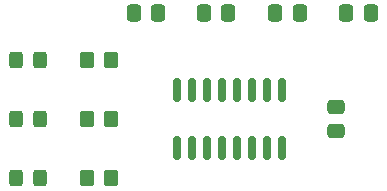
<source format=gtp>
G04 #@! TF.GenerationSoftware,KiCad,Pcbnew,(6.0.8)*
G04 #@! TF.CreationDate,2022-10-08T19:14:22-07:00*
G04 #@! TF.ProjectId,opnsense-gps-pps,6f706e73-656e-4736-952d-6770732d7070,rev?*
G04 #@! TF.SameCoordinates,Original*
G04 #@! TF.FileFunction,Paste,Top*
G04 #@! TF.FilePolarity,Positive*
%FSLAX46Y46*%
G04 Gerber Fmt 4.6, Leading zero omitted, Abs format (unit mm)*
G04 Created by KiCad (PCBNEW (6.0.8)) date 2022-10-08 19:14:22*
%MOMM*%
%LPD*%
G01*
G04 APERTURE LIST*
G04 Aperture macros list*
%AMRoundRect*
0 Rectangle with rounded corners*
0 $1 Rounding radius*
0 $2 $3 $4 $5 $6 $7 $8 $9 X,Y pos of 4 corners*
0 Add a 4 corners polygon primitive as box body*
4,1,4,$2,$3,$4,$5,$6,$7,$8,$9,$2,$3,0*
0 Add four circle primitives for the rounded corners*
1,1,$1+$1,$2,$3*
1,1,$1+$1,$4,$5*
1,1,$1+$1,$6,$7*
1,1,$1+$1,$8,$9*
0 Add four rect primitives between the rounded corners*
20,1,$1+$1,$2,$3,$4,$5,0*
20,1,$1+$1,$4,$5,$6,$7,0*
20,1,$1+$1,$6,$7,$8,$9,0*
20,1,$1+$1,$8,$9,$2,$3,0*%
G04 Aperture macros list end*
%ADD10RoundRect,0.250000X0.350000X0.450000X-0.350000X0.450000X-0.350000X-0.450000X0.350000X-0.450000X0*%
%ADD11RoundRect,0.150000X-0.150000X0.825000X-0.150000X-0.825000X0.150000X-0.825000X0.150000X0.825000X0*%
%ADD12RoundRect,0.250000X0.337500X0.475000X-0.337500X0.475000X-0.337500X-0.475000X0.337500X-0.475000X0*%
%ADD13RoundRect,0.250000X-0.325000X-0.450000X0.325000X-0.450000X0.325000X0.450000X-0.325000X0.450000X0*%
%ADD14RoundRect,0.250000X-0.337500X-0.475000X0.337500X-0.475000X0.337500X0.475000X-0.337500X0.475000X0*%
%ADD15RoundRect,0.250000X-0.475000X0.337500X-0.475000X-0.337500X0.475000X-0.337500X0.475000X0.337500X0*%
G04 APERTURE END LIST*
D10*
X75000000Y-63000000D03*
X73000000Y-63000000D03*
D11*
X89445000Y-60525000D03*
X88175000Y-60525000D03*
X86905000Y-60525000D03*
X85635000Y-60525000D03*
X84365000Y-60525000D03*
X83095000Y-60525000D03*
X81825000Y-60525000D03*
X80555000Y-60525000D03*
X80555000Y-65475000D03*
X81825000Y-65475000D03*
X83095000Y-65475000D03*
X84365000Y-65475000D03*
X85635000Y-65475000D03*
X86905000Y-65475000D03*
X88175000Y-65475000D03*
X89445000Y-65475000D03*
D12*
X97000000Y-54000000D03*
X94925000Y-54000000D03*
D10*
X75000000Y-68000000D03*
X73000000Y-68000000D03*
D13*
X66950000Y-63000000D03*
X69000000Y-63000000D03*
X66950000Y-58000000D03*
X69000000Y-58000000D03*
D12*
X84925000Y-54000000D03*
X82850000Y-54000000D03*
D13*
X66950000Y-68000000D03*
X69000000Y-68000000D03*
D12*
X90962500Y-54000000D03*
X88887500Y-54000000D03*
D14*
X76925000Y-54000000D03*
X79000000Y-54000000D03*
D10*
X75000000Y-58000000D03*
X73000000Y-58000000D03*
D15*
X94000000Y-61962500D03*
X94000000Y-64037500D03*
M02*

</source>
